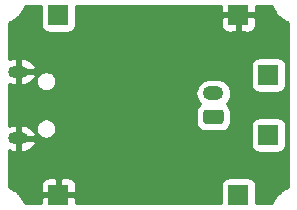
<source format=gbl>
%TF.GenerationSoftware,KiCad,Pcbnew,(5.1.6)-1*%
%TF.CreationDate,2020-09-20T19:32:56+01:00*%
%TF.ProjectId,batt,62617474-2e6b-4696-9361-645f70636258,rev?*%
%TF.SameCoordinates,Original*%
%TF.FileFunction,Copper,L2,Bot*%
%TF.FilePolarity,Positive*%
%FSLAX46Y46*%
G04 Gerber Fmt 4.6, Leading zero omitted, Abs format (unit mm)*
G04 Created by KiCad (PCBNEW (5.1.6)-1) date 2020-09-20 19:32:56*
%MOMM*%
%LPD*%
G01*
G04 APERTURE LIST*
%TA.AperFunction,ComponentPad*%
%ADD10R,1.700000X1.700000*%
%TD*%
%TA.AperFunction,ComponentPad*%
%ADD11O,1.700000X1.000000*%
%TD*%
%TA.AperFunction,ComponentPad*%
%ADD12O,1.750000X1.200000*%
%TD*%
%TA.AperFunction,ViaPad*%
%ADD13C,0.800000*%
%TD*%
%TA.AperFunction,Conductor*%
%ADD14C,0.254000*%
%TD*%
G04 APERTURE END LIST*
D10*
%TO.P,J8,1*%
%TO.N,GND*%
X66880000Y-57620000D03*
%TD*%
%TO.P,J6,1*%
%TO.N,GND*%
X82120000Y-42380000D03*
%TD*%
%TO.P,J5,1*%
%TO.N,+5V*%
X66880000Y-42380000D03*
%TD*%
%TO.P,J4,1*%
%TO.N,Net-(C1-Pad2)*%
X84660000Y-47460000D03*
%TD*%
%TO.P,J2,1*%
%TO.N,+BATT*%
X84660000Y-52540000D03*
%TD*%
%TO.P,J1,1*%
%TO.N,+BATT*%
X82120000Y-57620000D03*
%TD*%
D11*
%TO.P,J7,6*%
%TO.N,GND*%
X63500000Y-52825000D03*
X63500000Y-47175000D03*
%TD*%
D12*
%TO.P,J3,2*%
%TO.N,Net-(C1-Pad2)*%
X80000000Y-49000000D03*
%TO.P,J3,1*%
%TO.N,+BATT*%
%TA.AperFunction,ComponentPad*%
G36*
G01*
X80625001Y-51600000D02*
X79374999Y-51600000D01*
G75*
G02*
X79125000Y-51350001I0J249999D01*
G01*
X79125000Y-50649999D01*
G75*
G02*
X79374999Y-50400000I249999J0D01*
G01*
X80625001Y-50400000D01*
G75*
G02*
X80875000Y-50649999I0J-249999D01*
G01*
X80875000Y-51350001D01*
G75*
G02*
X80625001Y-51600000I-249999J0D01*
G01*
G37*
%TD.AperFunction*%
%TD*%
D13*
%TO.N,GND*%
X69500000Y-51400000D03*
X71500000Y-51400000D03*
X71500000Y-52400000D03*
X69500000Y-52400000D03*
X75050000Y-42950000D03*
X78500000Y-54300000D03*
X71412653Y-45587347D03*
X69400000Y-46900000D03*
%TD*%
D14*
%TO.N,GND*%
G36*
X65391928Y-43230000D02*
G01*
X65404188Y-43354482D01*
X65440498Y-43474180D01*
X65499463Y-43584494D01*
X65578815Y-43681185D01*
X65675506Y-43760537D01*
X65785820Y-43819502D01*
X65905518Y-43855812D01*
X66030000Y-43868072D01*
X67730000Y-43868072D01*
X67854482Y-43855812D01*
X67974180Y-43819502D01*
X68084494Y-43760537D01*
X68181185Y-43681185D01*
X68260537Y-43584494D01*
X68319502Y-43474180D01*
X68355812Y-43354482D01*
X68368072Y-43230000D01*
X80631928Y-43230000D01*
X80644188Y-43354482D01*
X80680498Y-43474180D01*
X80739463Y-43584494D01*
X80818815Y-43681185D01*
X80915506Y-43760537D01*
X81025820Y-43819502D01*
X81145518Y-43855812D01*
X81270000Y-43868072D01*
X81834250Y-43865000D01*
X81993000Y-43706250D01*
X81993000Y-42507000D01*
X82247000Y-42507000D01*
X82247000Y-43706250D01*
X82405750Y-43865000D01*
X82970000Y-43868072D01*
X83094482Y-43855812D01*
X83214180Y-43819502D01*
X83324494Y-43760537D01*
X83421185Y-43681185D01*
X83500537Y-43584494D01*
X83559502Y-43474180D01*
X83595812Y-43354482D01*
X83608072Y-43230000D01*
X83605000Y-42665750D01*
X83446250Y-42507000D01*
X82247000Y-42507000D01*
X81993000Y-42507000D01*
X80793750Y-42507000D01*
X80635000Y-42665750D01*
X80631928Y-43230000D01*
X68368072Y-43230000D01*
X68368072Y-41660000D01*
X80632636Y-41660000D01*
X80635000Y-42094250D01*
X80793750Y-42253000D01*
X81993000Y-42253000D01*
X81993000Y-42233000D01*
X82247000Y-42233000D01*
X82247000Y-42253000D01*
X83446250Y-42253000D01*
X83605000Y-42094250D01*
X83607364Y-41660000D01*
X84950677Y-41660000D01*
X84986721Y-41776440D01*
X85009899Y-41831578D01*
X85032311Y-41887050D01*
X85036638Y-41895186D01*
X85175877Y-42152702D01*
X85209304Y-42202259D01*
X85242080Y-42252347D01*
X85247905Y-42259488D01*
X85434510Y-42485056D01*
X85476965Y-42527215D01*
X85518809Y-42569945D01*
X85525909Y-42575819D01*
X85752773Y-42760845D01*
X85802566Y-42793927D01*
X85851955Y-42827745D01*
X85860061Y-42832127D01*
X86118542Y-42969564D01*
X86173836Y-42992355D01*
X86228829Y-43015925D01*
X86237632Y-43018650D01*
X86340001Y-43049557D01*
X86340000Y-56950677D01*
X86223560Y-56986721D01*
X86168422Y-57009899D01*
X86112950Y-57032311D01*
X86104819Y-57036635D01*
X86104815Y-57036637D01*
X86104814Y-57036638D01*
X85847298Y-57175877D01*
X85797749Y-57209299D01*
X85747653Y-57242080D01*
X85740512Y-57247905D01*
X85514945Y-57434510D01*
X85472804Y-57476946D01*
X85430055Y-57518809D01*
X85424181Y-57525909D01*
X85239155Y-57752773D01*
X85206055Y-57802592D01*
X85172256Y-57851955D01*
X85167873Y-57860061D01*
X85030436Y-58118542D01*
X85007645Y-58173836D01*
X84984075Y-58228829D01*
X84981350Y-58237632D01*
X84950443Y-58340000D01*
X83608072Y-58340000D01*
X83608072Y-56770000D01*
X83595812Y-56645518D01*
X83559502Y-56525820D01*
X83500537Y-56415506D01*
X83421185Y-56318815D01*
X83324494Y-56239463D01*
X83214180Y-56180498D01*
X83094482Y-56144188D01*
X82970000Y-56131928D01*
X81270000Y-56131928D01*
X81145518Y-56144188D01*
X81025820Y-56180498D01*
X80915506Y-56239463D01*
X80818815Y-56318815D01*
X80739463Y-56415506D01*
X80680498Y-56525820D01*
X80644188Y-56645518D01*
X80631928Y-56770000D01*
X80631928Y-58340000D01*
X68367364Y-58340000D01*
X68365000Y-57905750D01*
X68206250Y-57747000D01*
X67007000Y-57747000D01*
X67007000Y-57767000D01*
X66753000Y-57767000D01*
X66753000Y-57747000D01*
X65553750Y-57747000D01*
X65395000Y-57905750D01*
X65392636Y-58340000D01*
X64049323Y-58340000D01*
X64013279Y-58223560D01*
X63990101Y-58168422D01*
X63967689Y-58112950D01*
X63963362Y-58104814D01*
X63824123Y-57847298D01*
X63790701Y-57797749D01*
X63757920Y-57747653D01*
X63752095Y-57740512D01*
X63565490Y-57514945D01*
X63523054Y-57472804D01*
X63481191Y-57430055D01*
X63474091Y-57424181D01*
X63247227Y-57239155D01*
X63197408Y-57206055D01*
X63148045Y-57172256D01*
X63139939Y-57167873D01*
X62881458Y-57030436D01*
X62826164Y-57007645D01*
X62771171Y-56984075D01*
X62762368Y-56981350D01*
X62660000Y-56950443D01*
X62660000Y-56770000D01*
X65391928Y-56770000D01*
X65395000Y-57334250D01*
X65553750Y-57493000D01*
X66753000Y-57493000D01*
X66753000Y-56293750D01*
X67007000Y-56293750D01*
X67007000Y-57493000D01*
X68206250Y-57493000D01*
X68365000Y-57334250D01*
X68368072Y-56770000D01*
X68355812Y-56645518D01*
X68319502Y-56525820D01*
X68260537Y-56415506D01*
X68181185Y-56318815D01*
X68084494Y-56239463D01*
X67974180Y-56180498D01*
X67854482Y-56144188D01*
X67730000Y-56131928D01*
X67165750Y-56135000D01*
X67007000Y-56293750D01*
X66753000Y-56293750D01*
X66594250Y-56135000D01*
X66030000Y-56131928D01*
X65905518Y-56144188D01*
X65785820Y-56180498D01*
X65675506Y-56239463D01*
X65578815Y-56318815D01*
X65499463Y-56415506D01*
X65440498Y-56525820D01*
X65404188Y-56645518D01*
X65391928Y-56770000D01*
X62660000Y-56770000D01*
X62660000Y-53851514D01*
X62804013Y-53913415D01*
X63023000Y-53960000D01*
X63373000Y-53960000D01*
X63373000Y-52952000D01*
X63627000Y-52952000D01*
X63627000Y-53960000D01*
X63977000Y-53960000D01*
X64195987Y-53913415D01*
X64401678Y-53825003D01*
X64586169Y-53698161D01*
X64742369Y-53537764D01*
X64864276Y-53349976D01*
X64944119Y-53126874D01*
X64817954Y-52952000D01*
X63627000Y-52952000D01*
X63373000Y-52952000D01*
X63353000Y-52952000D01*
X63353000Y-52698000D01*
X63373000Y-52698000D01*
X63373000Y-51690000D01*
X63627000Y-51690000D01*
X63627000Y-52698000D01*
X64817954Y-52698000D01*
X64944119Y-52523126D01*
X64864276Y-52300024D01*
X64742369Y-52112236D01*
X64586169Y-51951839D01*
X64533019Y-51915297D01*
X64990000Y-51915297D01*
X64990000Y-52084703D01*
X65023049Y-52250853D01*
X65087878Y-52407363D01*
X65181995Y-52548218D01*
X65301782Y-52668005D01*
X65442637Y-52762122D01*
X65599147Y-52826951D01*
X65765297Y-52860000D01*
X65934703Y-52860000D01*
X66100853Y-52826951D01*
X66257363Y-52762122D01*
X66398218Y-52668005D01*
X66518005Y-52548218D01*
X66612122Y-52407363D01*
X66676951Y-52250853D01*
X66710000Y-52084703D01*
X66710000Y-51915297D01*
X66676951Y-51749147D01*
X66612122Y-51592637D01*
X66518005Y-51451782D01*
X66398218Y-51331995D01*
X66257363Y-51237878D01*
X66100853Y-51173049D01*
X65934703Y-51140000D01*
X65765297Y-51140000D01*
X65599147Y-51173049D01*
X65442637Y-51237878D01*
X65301782Y-51331995D01*
X65181995Y-51451782D01*
X65087878Y-51592637D01*
X65023049Y-51749147D01*
X64990000Y-51915297D01*
X64533019Y-51915297D01*
X64401678Y-51824997D01*
X64195987Y-51736585D01*
X63977000Y-51690000D01*
X63627000Y-51690000D01*
X63373000Y-51690000D01*
X63023000Y-51690000D01*
X62804013Y-51736585D01*
X62660000Y-51798486D01*
X62660000Y-49000000D01*
X78484025Y-49000000D01*
X78507870Y-49242102D01*
X78578489Y-49474901D01*
X78693167Y-49689449D01*
X78847498Y-49877502D01*
X78886111Y-49909191D01*
X78881613Y-49911595D01*
X78747038Y-50022038D01*
X78636595Y-50156613D01*
X78554528Y-50310149D01*
X78503992Y-50476745D01*
X78486928Y-50649999D01*
X78486928Y-51350001D01*
X78503992Y-51523255D01*
X78554528Y-51689851D01*
X78636595Y-51843387D01*
X78747038Y-51977962D01*
X78881613Y-52088405D01*
X79035149Y-52170472D01*
X79201745Y-52221008D01*
X79374999Y-52238072D01*
X80625001Y-52238072D01*
X80798255Y-52221008D01*
X80964851Y-52170472D01*
X81118387Y-52088405D01*
X81252962Y-51977962D01*
X81363405Y-51843387D01*
X81445392Y-51690000D01*
X83171928Y-51690000D01*
X83171928Y-53390000D01*
X83184188Y-53514482D01*
X83220498Y-53634180D01*
X83279463Y-53744494D01*
X83358815Y-53841185D01*
X83455506Y-53920537D01*
X83565820Y-53979502D01*
X83685518Y-54015812D01*
X83810000Y-54028072D01*
X85510000Y-54028072D01*
X85634482Y-54015812D01*
X85754180Y-53979502D01*
X85864494Y-53920537D01*
X85961185Y-53841185D01*
X86040537Y-53744494D01*
X86099502Y-53634180D01*
X86135812Y-53514482D01*
X86148072Y-53390000D01*
X86148072Y-51690000D01*
X86135812Y-51565518D01*
X86099502Y-51445820D01*
X86040537Y-51335506D01*
X85961185Y-51238815D01*
X85864494Y-51159463D01*
X85754180Y-51100498D01*
X85634482Y-51064188D01*
X85510000Y-51051928D01*
X83810000Y-51051928D01*
X83685518Y-51064188D01*
X83565820Y-51100498D01*
X83455506Y-51159463D01*
X83358815Y-51238815D01*
X83279463Y-51335506D01*
X83220498Y-51445820D01*
X83184188Y-51565518D01*
X83171928Y-51690000D01*
X81445392Y-51690000D01*
X81445472Y-51689851D01*
X81496008Y-51523255D01*
X81513072Y-51350001D01*
X81513072Y-50649999D01*
X81496008Y-50476745D01*
X81445472Y-50310149D01*
X81363405Y-50156613D01*
X81252962Y-50022038D01*
X81118387Y-49911595D01*
X81113889Y-49909191D01*
X81152502Y-49877502D01*
X81306833Y-49689449D01*
X81421511Y-49474901D01*
X81492130Y-49242102D01*
X81515975Y-49000000D01*
X81492130Y-48757898D01*
X81421511Y-48525099D01*
X81306833Y-48310551D01*
X81152502Y-48122498D01*
X80964449Y-47968167D01*
X80749901Y-47853489D01*
X80517102Y-47782870D01*
X80335665Y-47765000D01*
X79664335Y-47765000D01*
X79482898Y-47782870D01*
X79250099Y-47853489D01*
X79035551Y-47968167D01*
X78847498Y-48122498D01*
X78693167Y-48310551D01*
X78578489Y-48525099D01*
X78507870Y-48757898D01*
X78484025Y-49000000D01*
X62660000Y-49000000D01*
X62660000Y-48201514D01*
X62804013Y-48263415D01*
X63023000Y-48310000D01*
X63373000Y-48310000D01*
X63373000Y-47302000D01*
X63627000Y-47302000D01*
X63627000Y-48310000D01*
X63977000Y-48310000D01*
X64195987Y-48263415D01*
X64401678Y-48175003D01*
X64586169Y-48048161D01*
X64715556Y-47915297D01*
X64990000Y-47915297D01*
X64990000Y-48084703D01*
X65023049Y-48250853D01*
X65087878Y-48407363D01*
X65181995Y-48548218D01*
X65301782Y-48668005D01*
X65442637Y-48762122D01*
X65599147Y-48826951D01*
X65765297Y-48860000D01*
X65934703Y-48860000D01*
X66100853Y-48826951D01*
X66257363Y-48762122D01*
X66398218Y-48668005D01*
X66518005Y-48548218D01*
X66612122Y-48407363D01*
X66676951Y-48250853D01*
X66710000Y-48084703D01*
X66710000Y-47915297D01*
X66676951Y-47749147D01*
X66612122Y-47592637D01*
X66518005Y-47451782D01*
X66398218Y-47331995D01*
X66257363Y-47237878D01*
X66100853Y-47173049D01*
X65934703Y-47140000D01*
X65765297Y-47140000D01*
X65599147Y-47173049D01*
X65442637Y-47237878D01*
X65301782Y-47331995D01*
X65181995Y-47451782D01*
X65087878Y-47592637D01*
X65023049Y-47749147D01*
X64990000Y-47915297D01*
X64715556Y-47915297D01*
X64742369Y-47887764D01*
X64864276Y-47699976D01*
X64944119Y-47476874D01*
X64817954Y-47302000D01*
X63627000Y-47302000D01*
X63373000Y-47302000D01*
X63353000Y-47302000D01*
X63353000Y-47048000D01*
X63373000Y-47048000D01*
X63373000Y-46040000D01*
X63627000Y-46040000D01*
X63627000Y-47048000D01*
X64817954Y-47048000D01*
X64944119Y-46873126D01*
X64864276Y-46650024D01*
X64838294Y-46610000D01*
X83171928Y-46610000D01*
X83171928Y-48310000D01*
X83184188Y-48434482D01*
X83220498Y-48554180D01*
X83279463Y-48664494D01*
X83358815Y-48761185D01*
X83455506Y-48840537D01*
X83565820Y-48899502D01*
X83685518Y-48935812D01*
X83810000Y-48948072D01*
X85510000Y-48948072D01*
X85634482Y-48935812D01*
X85754180Y-48899502D01*
X85864494Y-48840537D01*
X85961185Y-48761185D01*
X86040537Y-48664494D01*
X86099502Y-48554180D01*
X86135812Y-48434482D01*
X86148072Y-48310000D01*
X86148072Y-46610000D01*
X86135812Y-46485518D01*
X86099502Y-46365820D01*
X86040537Y-46255506D01*
X85961185Y-46158815D01*
X85864494Y-46079463D01*
X85754180Y-46020498D01*
X85634482Y-45984188D01*
X85510000Y-45971928D01*
X83810000Y-45971928D01*
X83685518Y-45984188D01*
X83565820Y-46020498D01*
X83455506Y-46079463D01*
X83358815Y-46158815D01*
X83279463Y-46255506D01*
X83220498Y-46365820D01*
X83184188Y-46485518D01*
X83171928Y-46610000D01*
X64838294Y-46610000D01*
X64742369Y-46462236D01*
X64586169Y-46301839D01*
X64401678Y-46174997D01*
X64195987Y-46086585D01*
X63977000Y-46040000D01*
X63627000Y-46040000D01*
X63373000Y-46040000D01*
X63023000Y-46040000D01*
X62804013Y-46086585D01*
X62660000Y-46148486D01*
X62660000Y-43049323D01*
X62776440Y-43013279D01*
X62831578Y-42990101D01*
X62887050Y-42967689D01*
X62895181Y-42963365D01*
X62895185Y-42963363D01*
X62895188Y-42963361D01*
X63152702Y-42824123D01*
X63202259Y-42790696D01*
X63252347Y-42757920D01*
X63259488Y-42752095D01*
X63485056Y-42565490D01*
X63527215Y-42523035D01*
X63569945Y-42481191D01*
X63575819Y-42474091D01*
X63760845Y-42247227D01*
X63793927Y-42197434D01*
X63827745Y-42148045D01*
X63832127Y-42139939D01*
X63969564Y-41881458D01*
X63992355Y-41826164D01*
X64015925Y-41771171D01*
X64018650Y-41762368D01*
X64049557Y-41660000D01*
X65391928Y-41660000D01*
X65391928Y-43230000D01*
G37*
X65391928Y-43230000D02*
X65404188Y-43354482D01*
X65440498Y-43474180D01*
X65499463Y-43584494D01*
X65578815Y-43681185D01*
X65675506Y-43760537D01*
X65785820Y-43819502D01*
X65905518Y-43855812D01*
X66030000Y-43868072D01*
X67730000Y-43868072D01*
X67854482Y-43855812D01*
X67974180Y-43819502D01*
X68084494Y-43760537D01*
X68181185Y-43681185D01*
X68260537Y-43584494D01*
X68319502Y-43474180D01*
X68355812Y-43354482D01*
X68368072Y-43230000D01*
X80631928Y-43230000D01*
X80644188Y-43354482D01*
X80680498Y-43474180D01*
X80739463Y-43584494D01*
X80818815Y-43681185D01*
X80915506Y-43760537D01*
X81025820Y-43819502D01*
X81145518Y-43855812D01*
X81270000Y-43868072D01*
X81834250Y-43865000D01*
X81993000Y-43706250D01*
X81993000Y-42507000D01*
X82247000Y-42507000D01*
X82247000Y-43706250D01*
X82405750Y-43865000D01*
X82970000Y-43868072D01*
X83094482Y-43855812D01*
X83214180Y-43819502D01*
X83324494Y-43760537D01*
X83421185Y-43681185D01*
X83500537Y-43584494D01*
X83559502Y-43474180D01*
X83595812Y-43354482D01*
X83608072Y-43230000D01*
X83605000Y-42665750D01*
X83446250Y-42507000D01*
X82247000Y-42507000D01*
X81993000Y-42507000D01*
X80793750Y-42507000D01*
X80635000Y-42665750D01*
X80631928Y-43230000D01*
X68368072Y-43230000D01*
X68368072Y-41660000D01*
X80632636Y-41660000D01*
X80635000Y-42094250D01*
X80793750Y-42253000D01*
X81993000Y-42253000D01*
X81993000Y-42233000D01*
X82247000Y-42233000D01*
X82247000Y-42253000D01*
X83446250Y-42253000D01*
X83605000Y-42094250D01*
X83607364Y-41660000D01*
X84950677Y-41660000D01*
X84986721Y-41776440D01*
X85009899Y-41831578D01*
X85032311Y-41887050D01*
X85036638Y-41895186D01*
X85175877Y-42152702D01*
X85209304Y-42202259D01*
X85242080Y-42252347D01*
X85247905Y-42259488D01*
X85434510Y-42485056D01*
X85476965Y-42527215D01*
X85518809Y-42569945D01*
X85525909Y-42575819D01*
X85752773Y-42760845D01*
X85802566Y-42793927D01*
X85851955Y-42827745D01*
X85860061Y-42832127D01*
X86118542Y-42969564D01*
X86173836Y-42992355D01*
X86228829Y-43015925D01*
X86237632Y-43018650D01*
X86340001Y-43049557D01*
X86340000Y-56950677D01*
X86223560Y-56986721D01*
X86168422Y-57009899D01*
X86112950Y-57032311D01*
X86104819Y-57036635D01*
X86104815Y-57036637D01*
X86104814Y-57036638D01*
X85847298Y-57175877D01*
X85797749Y-57209299D01*
X85747653Y-57242080D01*
X85740512Y-57247905D01*
X85514945Y-57434510D01*
X85472804Y-57476946D01*
X85430055Y-57518809D01*
X85424181Y-57525909D01*
X85239155Y-57752773D01*
X85206055Y-57802592D01*
X85172256Y-57851955D01*
X85167873Y-57860061D01*
X85030436Y-58118542D01*
X85007645Y-58173836D01*
X84984075Y-58228829D01*
X84981350Y-58237632D01*
X84950443Y-58340000D01*
X83608072Y-58340000D01*
X83608072Y-56770000D01*
X83595812Y-56645518D01*
X83559502Y-56525820D01*
X83500537Y-56415506D01*
X83421185Y-56318815D01*
X83324494Y-56239463D01*
X83214180Y-56180498D01*
X83094482Y-56144188D01*
X82970000Y-56131928D01*
X81270000Y-56131928D01*
X81145518Y-56144188D01*
X81025820Y-56180498D01*
X80915506Y-56239463D01*
X80818815Y-56318815D01*
X80739463Y-56415506D01*
X80680498Y-56525820D01*
X80644188Y-56645518D01*
X80631928Y-56770000D01*
X80631928Y-58340000D01*
X68367364Y-58340000D01*
X68365000Y-57905750D01*
X68206250Y-57747000D01*
X67007000Y-57747000D01*
X67007000Y-57767000D01*
X66753000Y-57767000D01*
X66753000Y-57747000D01*
X65553750Y-57747000D01*
X65395000Y-57905750D01*
X65392636Y-58340000D01*
X64049323Y-58340000D01*
X64013279Y-58223560D01*
X63990101Y-58168422D01*
X63967689Y-58112950D01*
X63963362Y-58104814D01*
X63824123Y-57847298D01*
X63790701Y-57797749D01*
X63757920Y-57747653D01*
X63752095Y-57740512D01*
X63565490Y-57514945D01*
X63523054Y-57472804D01*
X63481191Y-57430055D01*
X63474091Y-57424181D01*
X63247227Y-57239155D01*
X63197408Y-57206055D01*
X63148045Y-57172256D01*
X63139939Y-57167873D01*
X62881458Y-57030436D01*
X62826164Y-57007645D01*
X62771171Y-56984075D01*
X62762368Y-56981350D01*
X62660000Y-56950443D01*
X62660000Y-56770000D01*
X65391928Y-56770000D01*
X65395000Y-57334250D01*
X65553750Y-57493000D01*
X66753000Y-57493000D01*
X66753000Y-56293750D01*
X67007000Y-56293750D01*
X67007000Y-57493000D01*
X68206250Y-57493000D01*
X68365000Y-57334250D01*
X68368072Y-56770000D01*
X68355812Y-56645518D01*
X68319502Y-56525820D01*
X68260537Y-56415506D01*
X68181185Y-56318815D01*
X68084494Y-56239463D01*
X67974180Y-56180498D01*
X67854482Y-56144188D01*
X67730000Y-56131928D01*
X67165750Y-56135000D01*
X67007000Y-56293750D01*
X66753000Y-56293750D01*
X66594250Y-56135000D01*
X66030000Y-56131928D01*
X65905518Y-56144188D01*
X65785820Y-56180498D01*
X65675506Y-56239463D01*
X65578815Y-56318815D01*
X65499463Y-56415506D01*
X65440498Y-56525820D01*
X65404188Y-56645518D01*
X65391928Y-56770000D01*
X62660000Y-56770000D01*
X62660000Y-53851514D01*
X62804013Y-53913415D01*
X63023000Y-53960000D01*
X63373000Y-53960000D01*
X63373000Y-52952000D01*
X63627000Y-52952000D01*
X63627000Y-53960000D01*
X63977000Y-53960000D01*
X64195987Y-53913415D01*
X64401678Y-53825003D01*
X64586169Y-53698161D01*
X64742369Y-53537764D01*
X64864276Y-53349976D01*
X64944119Y-53126874D01*
X64817954Y-52952000D01*
X63627000Y-52952000D01*
X63373000Y-52952000D01*
X63353000Y-52952000D01*
X63353000Y-52698000D01*
X63373000Y-52698000D01*
X63373000Y-51690000D01*
X63627000Y-51690000D01*
X63627000Y-52698000D01*
X64817954Y-52698000D01*
X64944119Y-52523126D01*
X64864276Y-52300024D01*
X64742369Y-52112236D01*
X64586169Y-51951839D01*
X64533019Y-51915297D01*
X64990000Y-51915297D01*
X64990000Y-52084703D01*
X65023049Y-52250853D01*
X65087878Y-52407363D01*
X65181995Y-52548218D01*
X65301782Y-52668005D01*
X65442637Y-52762122D01*
X65599147Y-52826951D01*
X65765297Y-52860000D01*
X65934703Y-52860000D01*
X66100853Y-52826951D01*
X66257363Y-52762122D01*
X66398218Y-52668005D01*
X66518005Y-52548218D01*
X66612122Y-52407363D01*
X66676951Y-52250853D01*
X66710000Y-52084703D01*
X66710000Y-51915297D01*
X66676951Y-51749147D01*
X66612122Y-51592637D01*
X66518005Y-51451782D01*
X66398218Y-51331995D01*
X66257363Y-51237878D01*
X66100853Y-51173049D01*
X65934703Y-51140000D01*
X65765297Y-51140000D01*
X65599147Y-51173049D01*
X65442637Y-51237878D01*
X65301782Y-51331995D01*
X65181995Y-51451782D01*
X65087878Y-51592637D01*
X65023049Y-51749147D01*
X64990000Y-51915297D01*
X64533019Y-51915297D01*
X64401678Y-51824997D01*
X64195987Y-51736585D01*
X63977000Y-51690000D01*
X63627000Y-51690000D01*
X63373000Y-51690000D01*
X63023000Y-51690000D01*
X62804013Y-51736585D01*
X62660000Y-51798486D01*
X62660000Y-49000000D01*
X78484025Y-49000000D01*
X78507870Y-49242102D01*
X78578489Y-49474901D01*
X78693167Y-49689449D01*
X78847498Y-49877502D01*
X78886111Y-49909191D01*
X78881613Y-49911595D01*
X78747038Y-50022038D01*
X78636595Y-50156613D01*
X78554528Y-50310149D01*
X78503992Y-50476745D01*
X78486928Y-50649999D01*
X78486928Y-51350001D01*
X78503992Y-51523255D01*
X78554528Y-51689851D01*
X78636595Y-51843387D01*
X78747038Y-51977962D01*
X78881613Y-52088405D01*
X79035149Y-52170472D01*
X79201745Y-52221008D01*
X79374999Y-52238072D01*
X80625001Y-52238072D01*
X80798255Y-52221008D01*
X80964851Y-52170472D01*
X81118387Y-52088405D01*
X81252962Y-51977962D01*
X81363405Y-51843387D01*
X81445392Y-51690000D01*
X83171928Y-51690000D01*
X83171928Y-53390000D01*
X83184188Y-53514482D01*
X83220498Y-53634180D01*
X83279463Y-53744494D01*
X83358815Y-53841185D01*
X83455506Y-53920537D01*
X83565820Y-53979502D01*
X83685518Y-54015812D01*
X83810000Y-54028072D01*
X85510000Y-54028072D01*
X85634482Y-54015812D01*
X85754180Y-53979502D01*
X85864494Y-53920537D01*
X85961185Y-53841185D01*
X86040537Y-53744494D01*
X86099502Y-53634180D01*
X86135812Y-53514482D01*
X86148072Y-53390000D01*
X86148072Y-51690000D01*
X86135812Y-51565518D01*
X86099502Y-51445820D01*
X86040537Y-51335506D01*
X85961185Y-51238815D01*
X85864494Y-51159463D01*
X85754180Y-51100498D01*
X85634482Y-51064188D01*
X85510000Y-51051928D01*
X83810000Y-51051928D01*
X83685518Y-51064188D01*
X83565820Y-51100498D01*
X83455506Y-51159463D01*
X83358815Y-51238815D01*
X83279463Y-51335506D01*
X83220498Y-51445820D01*
X83184188Y-51565518D01*
X83171928Y-51690000D01*
X81445392Y-51690000D01*
X81445472Y-51689851D01*
X81496008Y-51523255D01*
X81513072Y-51350001D01*
X81513072Y-50649999D01*
X81496008Y-50476745D01*
X81445472Y-50310149D01*
X81363405Y-50156613D01*
X81252962Y-50022038D01*
X81118387Y-49911595D01*
X81113889Y-49909191D01*
X81152502Y-49877502D01*
X81306833Y-49689449D01*
X81421511Y-49474901D01*
X81492130Y-49242102D01*
X81515975Y-49000000D01*
X81492130Y-48757898D01*
X81421511Y-48525099D01*
X81306833Y-48310551D01*
X81152502Y-48122498D01*
X80964449Y-47968167D01*
X80749901Y-47853489D01*
X80517102Y-47782870D01*
X80335665Y-47765000D01*
X79664335Y-47765000D01*
X79482898Y-47782870D01*
X79250099Y-47853489D01*
X79035551Y-47968167D01*
X78847498Y-48122498D01*
X78693167Y-48310551D01*
X78578489Y-48525099D01*
X78507870Y-48757898D01*
X78484025Y-49000000D01*
X62660000Y-49000000D01*
X62660000Y-48201514D01*
X62804013Y-48263415D01*
X63023000Y-48310000D01*
X63373000Y-48310000D01*
X63373000Y-47302000D01*
X63627000Y-47302000D01*
X63627000Y-48310000D01*
X63977000Y-48310000D01*
X64195987Y-48263415D01*
X64401678Y-48175003D01*
X64586169Y-48048161D01*
X64715556Y-47915297D01*
X64990000Y-47915297D01*
X64990000Y-48084703D01*
X65023049Y-48250853D01*
X65087878Y-48407363D01*
X65181995Y-48548218D01*
X65301782Y-48668005D01*
X65442637Y-48762122D01*
X65599147Y-48826951D01*
X65765297Y-48860000D01*
X65934703Y-48860000D01*
X66100853Y-48826951D01*
X66257363Y-48762122D01*
X66398218Y-48668005D01*
X66518005Y-48548218D01*
X66612122Y-48407363D01*
X66676951Y-48250853D01*
X66710000Y-48084703D01*
X66710000Y-47915297D01*
X66676951Y-47749147D01*
X66612122Y-47592637D01*
X66518005Y-47451782D01*
X66398218Y-47331995D01*
X66257363Y-47237878D01*
X66100853Y-47173049D01*
X65934703Y-47140000D01*
X65765297Y-47140000D01*
X65599147Y-47173049D01*
X65442637Y-47237878D01*
X65301782Y-47331995D01*
X65181995Y-47451782D01*
X65087878Y-47592637D01*
X65023049Y-47749147D01*
X64990000Y-47915297D01*
X64715556Y-47915297D01*
X64742369Y-47887764D01*
X64864276Y-47699976D01*
X64944119Y-47476874D01*
X64817954Y-47302000D01*
X63627000Y-47302000D01*
X63373000Y-47302000D01*
X63353000Y-47302000D01*
X63353000Y-47048000D01*
X63373000Y-47048000D01*
X63373000Y-46040000D01*
X63627000Y-46040000D01*
X63627000Y-47048000D01*
X64817954Y-47048000D01*
X64944119Y-46873126D01*
X64864276Y-46650024D01*
X64838294Y-46610000D01*
X83171928Y-46610000D01*
X83171928Y-48310000D01*
X83184188Y-48434482D01*
X83220498Y-48554180D01*
X83279463Y-48664494D01*
X83358815Y-48761185D01*
X83455506Y-48840537D01*
X83565820Y-48899502D01*
X83685518Y-48935812D01*
X83810000Y-48948072D01*
X85510000Y-48948072D01*
X85634482Y-48935812D01*
X85754180Y-48899502D01*
X85864494Y-48840537D01*
X85961185Y-48761185D01*
X86040537Y-48664494D01*
X86099502Y-48554180D01*
X86135812Y-48434482D01*
X86148072Y-48310000D01*
X86148072Y-46610000D01*
X86135812Y-46485518D01*
X86099502Y-46365820D01*
X86040537Y-46255506D01*
X85961185Y-46158815D01*
X85864494Y-46079463D01*
X85754180Y-46020498D01*
X85634482Y-45984188D01*
X85510000Y-45971928D01*
X83810000Y-45971928D01*
X83685518Y-45984188D01*
X83565820Y-46020498D01*
X83455506Y-46079463D01*
X83358815Y-46158815D01*
X83279463Y-46255506D01*
X83220498Y-46365820D01*
X83184188Y-46485518D01*
X83171928Y-46610000D01*
X64838294Y-46610000D01*
X64742369Y-46462236D01*
X64586169Y-46301839D01*
X64401678Y-46174997D01*
X64195987Y-46086585D01*
X63977000Y-46040000D01*
X63627000Y-46040000D01*
X63373000Y-46040000D01*
X63023000Y-46040000D01*
X62804013Y-46086585D01*
X62660000Y-46148486D01*
X62660000Y-43049323D01*
X62776440Y-43013279D01*
X62831578Y-42990101D01*
X62887050Y-42967689D01*
X62895181Y-42963365D01*
X62895185Y-42963363D01*
X62895188Y-42963361D01*
X63152702Y-42824123D01*
X63202259Y-42790696D01*
X63252347Y-42757920D01*
X63259488Y-42752095D01*
X63485056Y-42565490D01*
X63527215Y-42523035D01*
X63569945Y-42481191D01*
X63575819Y-42474091D01*
X63760845Y-42247227D01*
X63793927Y-42197434D01*
X63827745Y-42148045D01*
X63832127Y-42139939D01*
X63969564Y-41881458D01*
X63992355Y-41826164D01*
X64015925Y-41771171D01*
X64018650Y-41762368D01*
X64049557Y-41660000D01*
X65391928Y-41660000D01*
X65391928Y-43230000D01*
%TD*%
M02*

</source>
